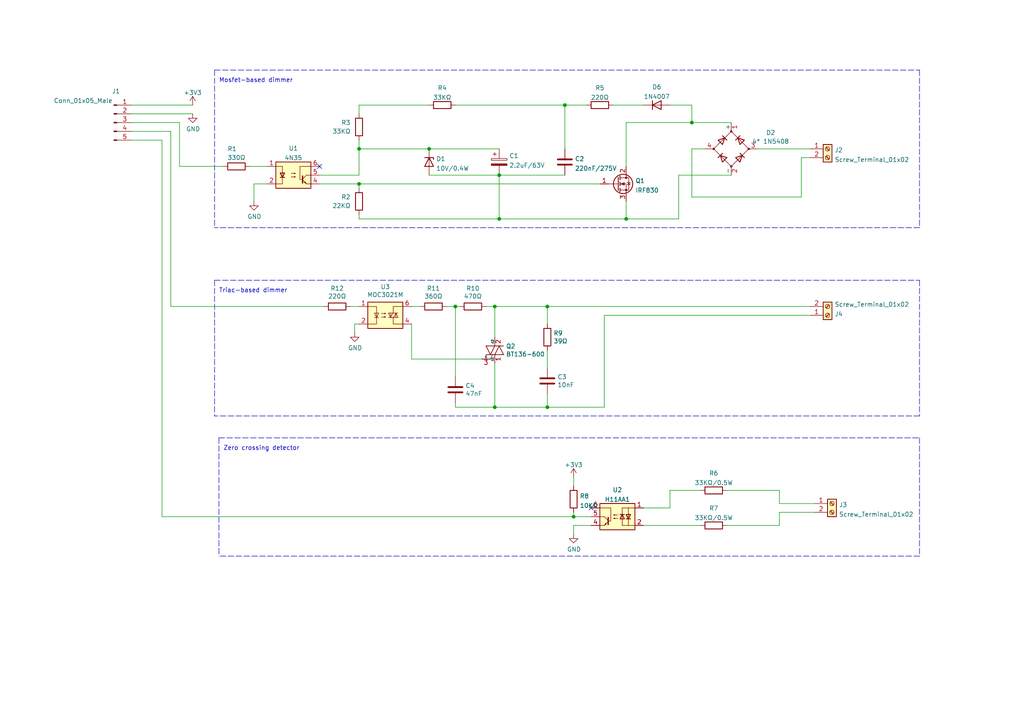
<source format=kicad_sch>
(kicad_sch (version 20211123) (generator eeschema)
  (paper "A4")
  (lib_symbols
    (symbol "Connector:Conn_01x05_Male" (pin_names (offset 1.016) hide)
      (property "Reference" "J" (at 0 7.62 0))
      (property "Value" "Conn_01x05_Male" (at 0 -7.62 0))
      (symbol "Conn_01x05_Male_1_1"
        (polyline (pts (xy 1.27 -5.08) (xy 0.8636 -5.08)) (stroke (width 0.1524)))
        (polyline (pts (xy 1.27 -2.54) (xy 0.8636 -2.54)) (stroke (width 0.1524)))
        (polyline (pts (xy 1.27 0) (xy 0.8636 0)) (stroke (width 0.1524)))
        (polyline (pts (xy 1.27 2.54) (xy 0.8636 2.54)) (stroke (width 0.1524)))
        (polyline (pts (xy 1.27 5.08) (xy 0.8636 5.08)) (stroke (width 0.1524)))
        (rectangle (start 0.8636 -4.953) (end 0 -5.207) (stroke (width 0.1524)) (fill (type outline)))
        (rectangle (start 0.8636 -2.413) (end 0 -2.667) (stroke (width 0.1524)) (fill (type outline)))
        (rectangle (start 0.8636 0.127) (end 0 -0.127) (stroke (width 0.1524)) (fill (type outline)))
        (rectangle (start 0.8636 2.667) (end 0 2.413) (stroke (width 0.1524)) (fill (type outline)))
        (rectangle (start 0.8636 5.207) (end 0 4.953) (stroke (width 0.1524)) (fill (type outline)))
        (pin passive line (at 5.08 5.08 180) (length 3.81) (name "Pin_1") (number "1"))
        (pin passive line (at 5.08 2.54 180) (length 3.81) (name "Pin_2") (number "2"))
        (pin passive line (at 5.08 0 180) (length 3.81) (name "Pin_3") (number "3"))
        (pin passive line (at 5.08 -2.54 180) (length 3.81) (name "Pin_4") (number "4"))
        (pin passive line (at 5.08 -5.08 180) (length 3.81) (name "Pin_5") (number "5"))
      )
    )
    (symbol "Connector:Screw_Terminal_01x02" (pin_names (offset 1.016) hide)
      (property "Reference" "J" (at 0 2.54 0))
      (property "Value" "Screw_Terminal_01x02" (at 0 -5.08 0))
      (symbol "Screw_Terminal_01x02_1_1"
        (rectangle (start -1.27 1.27) (end 1.27 -3.81) (stroke (width 0.254)) (fill (type background)))
        (circle (center 0 -2.54) (radius 0.635) (stroke (width 0.1524)))
        (polyline (pts (xy -0.5334 -2.2098) (xy 0.3302 -3.048)) (stroke (width 0.1524)))
        (polyline (pts (xy -0.5334 0.3302) (xy 0.3302 -0.508)) (stroke (width 0.1524)))
        (polyline (pts (xy -0.3556 -2.032) (xy 0.508 -2.8702)) (stroke (width 0.1524)))
        (polyline (pts (xy -0.3556 0.508) (xy 0.508 -0.3302)) (stroke (width 0.1524)))
        (circle (center 0 0) (radius 0.635) (stroke (width 0.1524)))
        (pin passive line (at -5.08 0 0) (length 3.81) (name "Pin_1") (number "1"))
        (pin passive line (at -5.08 -2.54 0) (length 3.81) (name "Pin_2") (number "2"))
      )
    )
    (symbol "Device:C" (pin_numbers hide) (pin_names (offset 0.254))
      (property "Reference" "C" (at 0.635 2.54 0))
      (property "Value" "C" (at 0.635 -2.54 0))
      (symbol "C_0_1"
        (polyline (pts (xy -2.032 -0.762) (xy 2.032 -0.762)) (stroke (width 0.508)))
        (polyline (pts (xy -2.032 0.762) (xy 2.032 0.762)) (stroke (width 0.508)))
      )
      (symbol "C_1_1"
        (pin passive line (at 0 3.81 270) (length 2.794) (name "~") (number "1"))
        (pin passive line (at 0 -3.81 90) (length 2.794) (name "~") (number "2"))
      )
    )
    (symbol "Device:C_Polarized" (pin_numbers hide) (pin_names (offset 0.254))
      (property "Reference" "C" (at 0.635 2.54 0))
      (property "Value" "C_Polarized" (at 0.635 -2.54 0))
      (symbol "C_Polarized_0_1"
        (rectangle (start -2.286 0.508) (end 2.286 1.016))
        (polyline (pts (xy -1.778 2.286) (xy -0.762 2.286)))
        (polyline (pts (xy -1.27 2.794) (xy -1.27 1.778)))
        (rectangle (start 2.286 -0.508) (end -2.286 -1.016) (fill (type outline)))
      )
      (symbol "C_Polarized_1_1"
        (pin passive line (at 0 3.81 270) (length 2.794) (name "~") (number "1"))
        (pin passive line (at 0 -3.81 90) (length 2.794) (name "~") (number "2"))
      )
    )
    (symbol "Device:D_Bridge_+-AA" (pin_names (offset 0))
      (property "Reference" "D" (at 2.54 6.985 0))
      (property "Value" "D_Bridge_+-AA" (at 2.54 5.08 0))
      (symbol "D_Bridge_+-AA_0_1"
        (circle (center -5.08 0) (radius 0.254) (fill (type outline)))
        (circle (center 0 -5.08) (radius 0.254) (fill (type outline)))
        (polyline (pts (xy -2.54 3.81) (xy -1.27 2.54)) (stroke (width 0.254)))
        (polyline (pts (xy -1.27 -2.54) (xy -2.54 -3.81)) (stroke (width 0.254)))
        (polyline (pts (xy 2.54 -1.27) (xy 3.81 -2.54)) (stroke (width 0.254)))
        (polyline (pts (xy 2.54 1.27) (xy 3.81 2.54)) (stroke (width 0.254)))
        (polyline (pts (xy -3.81 2.54) (xy -2.54 1.27) (xy -1.905 3.175) (xy -3.81 2.54)) (stroke (width 0.254)))
        (polyline (pts (xy -2.54 -1.27) (xy -3.81 -2.54) (xy -1.905 -3.175) (xy -2.54 -1.27)) (stroke (width 0.254)))
        (polyline (pts (xy 1.27 2.54) (xy 2.54 3.81) (xy 3.175 1.905) (xy 1.27 2.54)) (stroke (width 0.254)))
        (polyline (pts (xy 3.175 -1.905) (xy 1.27 -2.54) (xy 2.54 -3.81) (xy 3.175 -1.905)) (stroke (width 0.254)))
        (polyline (pts (xy -5.08 0) (xy 0 -5.08) (xy 5.08 0) (xy 0 5.08) (xy -5.08 0)))
        (circle (center 0 5.08) (radius 0.254) (fill (type outline)))
        (circle (center 5.08 0) (radius 0.254) (fill (type outline)))
      )
      (symbol "D_Bridge_+-AA_1_1"
        (pin passive line (at 7.62 0 180) (length 2.54) (name "+") (number "1"))
        (pin passive line (at -7.62 0 0) (length 2.54) (name "-") (number "2"))
        (pin passive line (at 0 7.62 270) (length 2.54) (name "~") (number "3"))
        (pin passive line (at 0 -7.62 90) (length 2.54) (name "~") (number "4"))
      )
    )
    (symbol "Device:R" (pin_numbers hide) (pin_names (offset 0))
      (property "Reference" "R" (at 2.032 0 90))
      (property "Value" "R" (at 0 0 90))
      (symbol "R_0_1"
        (rectangle (start -1.016 -2.54) (end 1.016 2.54) (stroke (width 0.254)))
      )
      (symbol "R_1_1"
        (pin passive line (at 0 3.81 270) (length 1.27) (name "~") (number "1"))
        (pin passive line (at 0 -3.81 90) (length 1.27) (name "~") (number "2"))
      )
    )
    (symbol "Diode:1N4007" (pin_numbers hide) (pin_names (offset 1.016) hide)
      (property "Reference" "D" (at 0 2.54 0))
      (property "Value" "1N4007" (at 0 -2.54 0))
      (symbol "1N4007_0_1"
        (polyline (pts (xy -1.27 1.27) (xy -1.27 -1.27)) (stroke (width 0.254)))
        (polyline (pts (xy 1.27 0) (xy -1.27 0)))
        (polyline (pts (xy 1.27 1.27) (xy 1.27 -1.27) (xy -1.27 0) (xy 1.27 1.27)) (stroke (width 0.254)))
      )
      (symbol "1N4007_1_1"
        (pin passive line (at -3.81 0 0) (length 2.54) (name "K") (number "1"))
        (pin passive line (at 3.81 0 180) (length 2.54) (name "A") (number "2"))
      )
    )
    (symbol "Diode:BZV55B10" (pin_numbers hide) (pin_names (offset 1.016) hide)
      (property "Reference" "D" (at 0 2.54 0))
      (property "Value" "BZV55B10" (at 0 -2.54 0))
      (symbol "BZV55B10_0_1"
        (polyline (pts (xy 1.27 0) (xy -1.27 0)))
        (polyline (pts (xy -1.27 -1.27) (xy -1.27 1.27) (xy -0.762 1.27)) (stroke (width 0.254)))
        (polyline (pts (xy 1.27 -1.27) (xy 1.27 1.27) (xy -1.27 0) (xy 1.27 -1.27)) (stroke (width 0.254)))
      )
      (symbol "BZV55B10_1_1"
        (pin passive line (at -3.81 0 0) (length 2.54) (name "K") (number "1"))
        (pin passive line (at 3.81 0 180) (length 2.54) (name "A") (number "2"))
      )
    )
    (symbol "Isolator:4N35" (pin_names (offset 1.016))
      (property "Reference" "U" (at -5.08 5.08 0))
      (property "Value" "4N35" (at 0 5.08 0))
      (symbol "4N35_0_1"
        (rectangle (start -5.08 3.81) (end 5.08 -3.81) (stroke (width 0.254)) (fill (type background)))
        (polyline (pts (xy -3.81 -0.635) (xy -2.54 -0.635)) (stroke (width 0.254)))
        (polyline (pts (xy 2.667 -1.397) (xy 3.81 -2.54)))
        (polyline (pts (xy 2.667 -1.143) (xy 3.81 0)))
        (polyline (pts (xy 3.81 -2.54) (xy 5.08 -2.54)))
        (polyline (pts (xy 3.81 0) (xy 5.08 0)))
        (polyline (pts (xy 2.667 -0.254) (xy 2.667 -2.286) (xy 2.667 -2.286)) (stroke (width 0.3556)))
        (polyline (pts (xy -5.08 -2.54) (xy -3.175 -2.54) (xy -3.175 2.54) (xy -5.08 2.54)))
        (polyline (pts (xy -3.175 -0.635) (xy -3.81 0.635) (xy -2.54 0.635) (xy -3.175 -0.635)) (stroke (width 0.254)))
        (polyline (pts (xy 3.683 -2.413) (xy 3.429 -1.905) (xy 3.175 -2.159) (xy 3.683 -2.413)))
        (polyline (pts (xy 5.08 2.54) (xy 1.905 2.54) (xy 1.905 -1.27) (xy 2.54 -1.27)))
        (polyline (pts (xy -0.635 -0.508) (xy 0.635 -0.508) (xy 0.254 -0.635) (xy 0.254 -0.381) (xy 0.635 -0.508)))
        (polyline (pts (xy -0.635 0.508) (xy 0.635 0.508) (xy 0.254 0.381) (xy 0.254 0.635) (xy 0.635 0.508)))
      )
      (symbol "4N35_1_1"
        (pin passive line (at -7.62 2.54 0) (length 2.54) (name "~") (number "1"))
        (pin passive line (at -7.62 -2.54 0) (length 2.54) (name "~") (number "2"))
        (pin no_connect line (at -5.08 0 0) (length 2.54) hide (name "NC") (number "3"))
        (pin passive line (at 7.62 -2.54 180) (length 2.54) (name "~") (number "4"))
        (pin passive line (at 7.62 0 180) (length 2.54) (name "~") (number "5"))
        (pin passive line (at 7.62 2.54 180) (length 2.54) (name "~") (number "6"))
      )
    )
    (symbol "Isolator:H11AA1"
      (property "Reference" "U" (at -5.334 4.953 0))
      (property "Value" "H11AA1" (at 0.635 4.953 0))
      (symbol "H11AA1_0_1"
        (polyline (pts (xy -2.032 0.635) (xy -0.762 0.635)) (stroke (width 0.254)))
        (polyline (pts (xy -1.397 -2.54) (xy -3.175 -2.54)) (stroke (width 0.1524)))
        (polyline (pts (xy -1.397 -0.635) (xy -1.397 -2.54)))
        (polyline (pts (xy -1.397 0.635) (xy -1.397 -0.635)))
        (polyline (pts (xy -1.397 0.635) (xy -1.397 2.54)))
        (polyline (pts (xy -1.397 2.54) (xy -3.175 2.54)) (stroke (width 0.1524)))
        (polyline (pts (xy -1.397 0.635) (xy -2.032 -0.635) (xy -0.762 -0.635) (xy -1.397 0.635)) (stroke (width 0.254)))
      )
      (symbol "H11AA1_1_1"
        (rectangle (start -5.08 3.81) (end 5.08 -3.81) (stroke (width 0.254)) (fill (type background)))
        (polyline (pts (xy -3.81 -0.635) (xy -2.54 -0.635)) (stroke (width 0.254)))
        (polyline (pts (xy 2.667 -1.397) (xy 3.81 -2.54)))
        (polyline (pts (xy 2.667 -1.143) (xy 3.81 0)))
        (polyline (pts (xy 3.81 -2.54) (xy 5.08 -2.54)))
        (polyline (pts (xy 3.81 0) (xy 5.08 0)))
        (polyline (pts (xy 2.667 -0.254) (xy 2.667 -2.286) (xy 2.667 -2.286)) (stroke (width 0.3556)))
        (polyline (pts (xy -5.08 -2.54) (xy -3.175 -2.54) (xy -3.175 2.54) (xy -5.08 2.54)))
        (polyline (pts (xy -3.175 -0.635) (xy -3.81 0.635) (xy -2.54 0.635) (xy -3.175 -0.635)) (stroke (width 0.254)))
        (polyline (pts (xy 3.683 -2.413) (xy 3.429 -1.905) (xy 3.175 -2.159) (xy 3.683 -2.413)))
        (polyline (pts (xy 5.08 2.54) (xy 1.905 2.54) (xy 1.905 -1.27) (xy 2.54 -1.27)))
        (polyline (pts (xy -0.127 -0.508) (xy 1.143 -0.508) (xy 0.762 -0.635) (xy 0.762 -0.381) (xy 1.143 -0.508)))
        (polyline (pts (xy -0.127 0.508) (xy 1.143 0.508) (xy 0.762 0.381) (xy 0.762 0.635) (xy 1.143 0.508)))
        (pin passive line (at -7.62 2.54 0) (length 2.54) (name "~") (number "1"))
        (pin passive line (at -7.62 -2.54 0) (length 2.54) (name "~") (number "2"))
        (pin no_connect line (at -5.08 0 0) (length 2.54) hide (name "NC") (number "3"))
        (pin passive line (at 7.62 -2.54 180) (length 2.54) (name "~") (number "4"))
        (pin passive line (at 7.62 0 180) (length 2.54) (name "~") (number "5"))
        (pin passive line (at 7.62 2.54 180) (length 2.54) (name "~") (number "6"))
      )
    )
    (symbol "Relay_SolidState:MOC3021M"
      (property "Reference" "U" (at -5.334 4.826 0))
      (property "Value" "MOC3021M" (at 0 5.08 0))
      (symbol "MOC3021M_0_1"
        (rectangle (start -5.08 3.81) (end 5.08 -3.81) (stroke (width 0.254)) (fill (type background)))
        (polyline (pts (xy -3.175 -0.635) (xy -1.905 -0.635)))
        (polyline (pts (xy 1.524 -0.635) (xy 1.524 0.635)))
        (polyline (pts (xy 3.048 0.635) (xy 3.048 -0.635)))
        (polyline (pts (xy 2.286 -0.635) (xy 2.286 -2.54) (xy 5.08 -2.54)))
        (polyline (pts (xy 2.286 0.635) (xy 2.286 2.54) (xy 5.08 2.54)))
        (polyline (pts (xy -5.08 2.54) (xy -2.54 2.54) (xy -2.54 -2.54) (xy -5.08 -2.54)))
        (polyline (pts (xy -2.54 -0.635) (xy -3.175 0.635) (xy -1.905 0.635) (xy -2.54 -0.635)))
        (polyline (pts (xy 0.889 -0.635) (xy 3.683 -0.635) (xy 3.048 0.635) (xy 2.413 -0.635)))
        (polyline (pts (xy 3.683 0.635) (xy 0.889 0.635) (xy 1.524 -0.635) (xy 2.159 0.635)))
        (polyline (pts (xy -1.143 -0.508) (xy 0.127 -0.508) (xy -0.254 -0.635) (xy -0.254 -0.381) (xy 0.127 -0.508)))
        (polyline (pts (xy -1.143 0.508) (xy 0.127 0.508) (xy -0.254 0.381) (xy -0.254 0.635) (xy 0.127 0.508)))
      )
      (symbol "MOC3021M_1_1"
        (pin passive line (at -7.62 2.54 0) (length 2.54) (name "~") (number "1"))
        (pin passive line (at -7.62 -2.54 0) (length 2.54) (name "~") (number "2"))
        (pin no_connect line (at -5.08 0 0) (length 2.54) hide (name "NC") (number "3"))
        (pin passive line (at 7.62 -2.54 180) (length 2.54) (name "~") (number "4"))
        (pin no_connect line (at 5.08 0 180) (length 2.54) hide (name "NC") (number "5"))
        (pin passive line (at 7.62 2.54 180) (length 2.54) (name "~") (number "6"))
      )
    )
    (symbol "Transistor_FET:IRF740" (pin_names hide)
      (property "Reference" "Q" (at 6.35 1.905 0))
      (property "Value" "IRF740" (at 6.35 0 0))
      (symbol "IRF740_0_1"
        (polyline (pts (xy 0.254 0) (xy -2.54 0)))
        (polyline (pts (xy 0.254 1.905) (xy 0.254 -1.905)) (stroke (width 0.254)))
        (polyline (pts (xy 0.762 -1.27) (xy 0.762 -2.286)) (stroke (width 0.254)))
        (polyline (pts (xy 0.762 0.508) (xy 0.762 -0.508)) (stroke (width 0.254)))
        (polyline (pts (xy 0.762 2.286) (xy 0.762 1.27)) (stroke (width 0.254)))
        (polyline (pts (xy 2.54 2.54) (xy 2.54 1.778)))
        (polyline (pts (xy 2.54 -2.54) (xy 2.54 0) (xy 0.762 0)))
        (polyline (pts (xy 0.762 -1.778) (xy 3.302 -1.778) (xy 3.302 1.778) (xy 0.762 1.778)))
        (polyline (pts (xy 1.016 0) (xy 2.032 0.381) (xy 2.032 -0.381) (xy 1.016 0)) (fill (type outline)))
        (polyline (pts (xy 2.794 0.508) (xy 2.921 0.381) (xy 3.683 0.381) (xy 3.81 0.254)))
        (polyline (pts (xy 3.302 0.381) (xy 2.921 -0.254) (xy 3.683 -0.254) (xy 3.302 0.381)))
        (circle (center 1.651 0) (radius 2.794) (stroke (width 0.254)))
        (circle (center 2.54 -1.778) (radius 0.254) (fill (type outline)))
        (circle (center 2.54 1.778) (radius 0.254) (fill (type outline)))
      )
      (symbol "IRF740_1_1"
        (pin input line (at -5.08 0 0) (length 2.54) (name "G") (number "1"))
        (pin passive line (at 2.54 5.08 270) (length 2.54) (name "D") (number "2"))
        (pin passive line (at 2.54 -5.08 90) (length 2.54) (name "S") (number "3"))
      )
    )
    (symbol "Triac_Thyristor:BT136-600" (pin_names (offset 0))
      (property "Reference" "Q" (at 5.08 1.905 0))
      (property "Value" "BT136-600" (at 5.08 0 0))
      (symbol "BT136-600_0_1"
        (polyline (pts (xy -2.54 -1.27) (xy 2.54 -1.27)) (stroke (width 0.2032)))
        (polyline (pts (xy -2.54 1.27) (xy 2.54 1.27)) (stroke (width 0.2032)))
        (polyline (pts (xy -1.27 -2.54) (xy -0.635 -1.27)))
        (polyline (pts (xy -2.54 1.27) (xy -1.27 -1.27) (xy 0 1.27)) (stroke (width 0.2032)))
        (polyline (pts (xy 0 -1.27) (xy 1.27 1.27) (xy 2.54 -1.27)) (stroke (width 0.2032)))
      )
      (symbol "BT136-600_1_1"
        (pin passive line (at 0 -3.81 90) (length 2.54) (name "A1") (number "1"))
        (pin passive line (at 0 3.81 270) (length 2.54) (name "A2") (number "2"))
        (pin input line (at -3.81 -2.54 0) (length 2.54) (name "G") (number "3"))
      )
    )
    (symbol "power:+3V3" (power) (pin_names (offset 0))
      (property "Value" "+3V3" (at 0 3.556 0))
      (symbol "+3V3_0_1"
        (polyline (pts (xy -0.762 1.27) (xy 0 2.54)))
        (polyline (pts (xy 0 0) (xy 0 2.54)))
        (polyline (pts (xy 0 2.54) (xy 0.762 1.27)))
      )
      (symbol "+3V3_1_1"
        (pin power_in line (at 0 0 90) (length 0) hide (name "+3V3") (number "1"))
      )
    )
    (symbol "power:GND" (power) (pin_names (offset 0))
      (property "Value" "GND" (at 0 -3.81 0))
      (symbol "GND_0_1"
        (polyline (pts (xy 0 0) (xy 0 -1.27) (xy 1.27 -1.27) (xy 0 -2.54) (xy -1.27 -1.27) (xy 0 -1.27)))
      )
      (symbol "GND_1_1"
        (pin power_in line (at 0 0 270) (length 0) hide (name "GND") (number "1"))
      )
    )
  )
  (junction (at 104.14 43.18))
  (junction (at 143.51 118.11))
  (junction (at 166.37 149.86))
  (junction (at 181.61 63.5))
  (junction (at 158.75 88.9))
  (junction (at 124.46 43.18))
  (junction (at 144.78 63.5))
  (junction (at 200.66 35.56))
  (junction (at 104.14 53.34))
  (junction (at 143.51 88.9))
  (junction (at 163.83 30.48))
  (junction (at 132.08 88.9))
  (junction (at 158.75 118.11))
  (junction (at 144.78 50.8))
  (no_connect (at 92.71 48.26))
  (no_connect (at 171.45 147.32))
  (wire (pts (xy 38.1 38.1) (xy 49.53 38.1)))
  (polyline (pts (xy 63.5 127) (xy 266.7 127)))
  (wire (pts (xy 38.1 33.02) (xy 55.88 33.02)))
  (wire (pts (xy 52.07 35.56) (xy 52.07 48.26)))
  (wire (pts (xy 226.06 146.05) (xy 236.22 146.05)))
  (wire (pts (xy 144.78 63.5) (xy 181.61 63.5)))
  (wire (pts (xy 158.75 114.3) (xy 158.75 118.11)))
  (polyline (pts (xy 266.7 81.28) (xy 266.7 120.65)))
  (wire (pts (xy 232.41 45.72) (xy 234.95 45.72)))
  (wire (pts (xy 177.8 30.48) (xy 186.69 30.48)))
  (wire (pts (xy 210.82 152.4) (xy 226.06 152.4)))
  (polyline (pts (xy 266.7 66.04) (xy 62.23 66.04)))
  (wire (pts (xy 186.69 147.32) (xy 194.31 147.32)))
  (wire (pts (xy 232.41 45.72) (xy 232.41 57.15)))
  (wire (pts (xy 226.06 146.05) (xy 226.06 142.24)))
  (wire (pts (xy 104.14 43.18) (xy 104.14 50.8)))
  (wire (pts (xy 139.7 104.14) (xy 119.38 104.14)))
  (wire (pts (xy 196.85 50.8) (xy 196.85 63.5)))
  (wire (pts (xy 52.07 48.26) (xy 64.77 48.26)))
  (wire (pts (xy 158.75 93.98) (xy 158.75 88.9)))
  (wire (pts (xy 226.06 142.24) (xy 210.82 142.24)))
  (wire (pts (xy 129.54 88.9) (xy 132.08 88.9)))
  (wire (pts (xy 49.53 38.1) (xy 49.53 88.9)))
  (wire (pts (xy 101.6 88.9) (xy 104.14 88.9)))
  (polyline (pts (xy 62.23 20.32) (xy 62.23 66.04)))
  (wire (pts (xy 119.38 88.9) (xy 121.92 88.9)))
  (wire (pts (xy 200.66 57.15) (xy 200.66 43.18)))
  (wire (pts (xy 219.71 43.18) (xy 234.95 43.18)))
  (wire (pts (xy 124.46 30.48) (xy 104.14 30.48)))
  (wire (pts (xy 163.83 30.48) (xy 170.18 30.48)))
  (wire (pts (xy 173.99 53.34) (xy 104.14 53.34)))
  (polyline (pts (xy 266.7 161.29) (xy 63.5 161.29)))
  (wire (pts (xy 143.51 88.9) (xy 158.75 88.9)))
  (wire (pts (xy 132.08 116.84) (xy 132.08 118.11)))
  (wire (pts (xy 226.06 148.59) (xy 226.06 152.4)))
  (wire (pts (xy 200.66 43.18) (xy 204.47 43.18)))
  (wire (pts (xy 92.71 53.34) (xy 104.14 53.34)))
  (wire (pts (xy 104.14 30.48) (xy 104.14 33.02)))
  (wire (pts (xy 143.51 105.41) (xy 143.51 118.11)))
  (wire (pts (xy 132.08 88.9) (xy 133.35 88.9)))
  (wire (pts (xy 166.37 152.4) (xy 171.45 152.4)))
  (wire (pts (xy 46.99 40.64) (xy 46.99 149.86)))
  (wire (pts (xy 212.09 35.56) (xy 200.66 35.56)))
  (wire (pts (xy 46.99 149.86) (xy 166.37 149.86)))
  (wire (pts (xy 194.31 30.48) (xy 200.66 30.48)))
  (wire (pts (xy 49.53 88.9) (xy 93.98 88.9)))
  (wire (pts (xy 38.1 35.56) (xy 52.07 35.56)))
  (wire (pts (xy 143.51 97.79) (xy 143.51 88.9)))
  (wire (pts (xy 72.39 48.26) (xy 77.47 48.26)))
  (polyline (pts (xy 63.5 127) (xy 63.5 161.29)))
  (wire (pts (xy 38.1 30.48) (xy 55.88 30.48)))
  (wire (pts (xy 200.66 35.56) (xy 181.61 35.56)))
  (wire (pts (xy 104.14 40.64) (xy 104.14 43.18)))
  (polyline (pts (xy 62.23 20.32) (xy 266.7 20.32)))
  (wire (pts (xy 132.08 88.9) (xy 132.08 109.22)))
  (wire (pts (xy 186.69 152.4) (xy 203.2 152.4)))
  (wire (pts (xy 144.78 50.8) (xy 144.78 63.5)))
  (wire (pts (xy 132.08 118.11) (xy 143.51 118.11)))
  (wire (pts (xy 102.87 93.98) (xy 102.87 96.52)))
  (polyline (pts (xy 266.7 120.65) (xy 62.23 120.65)))
  (wire (pts (xy 194.31 142.24) (xy 194.31 147.32)))
  (wire (pts (xy 158.75 118.11) (xy 175.26 118.11)))
  (wire (pts (xy 166.37 152.4) (xy 166.37 154.94)))
  (wire (pts (xy 104.14 62.23) (xy 104.14 63.5)))
  (wire (pts (xy 163.83 50.8) (xy 144.78 50.8)))
  (wire (pts (xy 163.83 30.48) (xy 163.83 43.18)))
  (polyline (pts (xy 62.23 81.28) (xy 266.7 81.28)))
  (wire (pts (xy 181.61 35.56) (xy 181.61 48.26)))
  (wire (pts (xy 203.2 142.24) (xy 194.31 142.24)))
  (wire (pts (xy 124.46 50.8) (xy 144.78 50.8)))
  (wire (pts (xy 232.41 57.15) (xy 200.66 57.15)))
  (wire (pts (xy 158.75 101.6) (xy 158.75 106.68)))
  (wire (pts (xy 212.09 50.8) (xy 196.85 50.8)))
  (wire (pts (xy 144.78 43.18) (xy 124.46 43.18)))
  (wire (pts (xy 181.61 63.5) (xy 196.85 63.5)))
  (wire (pts (xy 166.37 149.86) (xy 171.45 149.86)))
  (wire (pts (xy 200.66 35.56) (xy 200.66 30.48)))
  (wire (pts (xy 143.51 118.11) (xy 158.75 118.11)))
  (wire (pts (xy 175.26 91.44) (xy 175.26 118.11)))
  (wire (pts (xy 166.37 138.43) (xy 166.37 140.97)))
  (polyline (pts (xy 62.23 81.28) (xy 62.23 120.65)))
  (wire (pts (xy 132.08 30.48) (xy 163.83 30.48)))
  (wire (pts (xy 236.22 148.59) (xy 226.06 148.59)))
  (wire (pts (xy 234.95 91.44) (xy 175.26 91.44)))
  (wire (pts (xy 92.71 50.8) (xy 104.14 50.8)))
  (wire (pts (xy 38.1 40.64) (xy 46.99 40.64)))
  (wire (pts (xy 77.47 53.34) (xy 73.66 53.34)))
  (wire (pts (xy 104.14 63.5) (xy 144.78 63.5)))
  (wire (pts (xy 140.97 88.9) (xy 143.51 88.9)))
  (wire (pts (xy 181.61 58.42) (xy 181.61 63.5)))
  (wire (pts (xy 119.38 104.14) (xy 119.38 93.98)))
  (polyline (pts (xy 266.7 127) (xy 266.7 161.29)))
  (wire (pts (xy 158.75 88.9) (xy 234.95 88.9)))
  (wire (pts (xy 124.46 43.18) (xy 104.14 43.18)))
  (wire (pts (xy 166.37 148.59) (xy 166.37 149.86)))
  (wire (pts (xy 104.14 93.98) (xy 102.87 93.98)))
  (polyline (pts (xy 266.7 20.32) (xy 266.7 66.04)))
  (wire (pts (xy 104.14 53.34) (xy 104.14 54.61)))
  (wire (pts (xy 73.66 53.34) (xy 73.66 58.42)))
  (text "Mosfet-based dimmer" (at 63.5 24.13 0) (effects (font (size 1.27 1.27)) (justify left bottom)))
  (text "Zero crossing detector" (at 64.77 130.81 0) (effects (font (size 1.27 1.27)) (justify left bottom)))
  (text "Triac-based dimmer" (at 63.5 85.09 0) (effects (font (size 1.27 1.27)) (justify left bottom)))
  (symbol (lib_id "power:GND") (at 55.88 33.02 0) (unit 1)
    (property "Reference" "#PWR02" (effects hide))
    (property "Value" "GND" (at 56.007 37.4142 0))
  )
  (symbol (lib_id "Device:R") (at 173.99 30.48 270) (unit 1)
    (property "Reference" "R5" (at 173.99 25.4975 90))
    (property "Value" "220Ω" (at 173.99 28.2726 90))
    (property "Footprint" "Resistor_SMD:R_0603_1608Metric" (effects hide))
    (property "Datasheet" "https://datasheet.lcsc.com/lcsc/1811021210_UNI-ROYAL-Uniroyal-Elec-0603WAF2200T5E_C22962.pdf" (effects hide))
    (property "LCSC" "C22962" (effects hide))
  )
  (symbol (lib_id "Device:R") (at 68.58 48.26 270) (unit 1)
    (property "Reference" "R1" (at 67.31 43.18 90))
    (property "Value" "330Ω" (at 68.58 45.72 90))
    (property "Footprint" "Resistor_SMD:R_0603_1608Metric" (effects hide))
    (property "Datasheet" "https://datasheet.lcsc.com/lcsc/1811081715_UNI-ROYAL-Uniroyal-Elec-0603WAF3300T5E_C23138.pdf" (effects hide))
    (property "LCSC" "C23138" (effects hide))
  )
  (symbol (lib_id "Transistor_FET:IRF740") (at 179.07 53.34 0) (unit 1)
    (property "Reference" "Q1" (at 184.277 52.4315 0) (effects (justify left)))
    (property "Value" "IRF830" (at 184.277 55.2066 0) (effects (justify left)))
    (property "Footprint" "Package_TO_SOT_SMD:TO-263-3_TabPin2" (effects hide))
    (property "Datasheet" "https://datasheet.lcsc.com/lcsc/2006291614_VBsemi-Elec-IRF830ASTRL_C693297.pdf" (effects hide))
    (property "LCSC" "C693297" (effects hide))
  )
  (symbol (lib_id "Connector:Screw_Terminal_01x02") (at 240.03 43.18 0) (unit 1)
    (property "Reference" "J2" (at 242.062 43.5415 0) (effects (justify left)))
    (property "Value" "Screw_Terminal_01x02" (at 242.062 46.3166 0) (effects (justify left)))
    (property "Footprint" "TerminalBlock:TerminalBlock_bornier-2_P5.08mm" (effects hide))
  )
  (symbol (lib_id "power:GND") (at 166.37 154.94 0) (unit 1)
    (property "Reference" "#PWR06" (effects hide))
    (property "Value" "GND" (at 166.497 159.3342 0))
  )
  (symbol (lib_id "Device:R") (at 166.37 144.78 180) (unit 1)
    (property "Reference" "R8" (at 168.148 143.8715 0) (effects (justify right)))
    (property "Value" "10KΩ" (at 168.148 146.6466 0) (effects (justify right)))
    (property "Footprint" "Resistor_SMD:R_0603_1608Metric" (effects hide))
    (property "Datasheet" "https://datasheet.lcsc.com/lcsc/1811062009_UNI-ROYAL-Uniroyal-Elec-0603WAF1002T5E_C25804.pdf" (effects hide))
    (property "LCSC" "C25804" (effects hide))
  )
  (symbol (lib_id "Device:C") (at 132.08 113.03 0) (unit 1)
    (property "Reference" "C4" (at 135.001 111.8616 0) (effects (justify left)))
    (property "Value" "47nF" (at 135.001 114.173 0) (effects (justify left)))
    (property "Footprint" "Capacitor_SMD:C_1206_3216Metric" (effects hide))
    (property "Datasheet" "https://datasheet.lcsc.com/lcsc/1810181743_CCTC-TCC1206X7R473K501FT_C309031.pdf" (effects hide))
    (property "LCSC" "C309031" (effects hide))
  )
  (symbol (lib_id "power:GND") (at 102.87 96.52 0) (unit 1)
    (property "Reference" "#PWR04" (effects hide))
    (property "Value" "GND" (at 102.997 100.9142 0))
  )
  (symbol (lib_id "Device:R") (at 104.14 36.83 0) (unit 1)
    (property "Reference" "R3" (at 100.33 35.56 0))
    (property "Value" "33KΩ" (at 99.06 38.1 0))
    (property "Footprint" "Resistor_SMD:R_0603_1608Metric" (effects hide))
    (property "Datasheet" "https://datasheet.lcsc.com/lcsc/1811091810_UNI-ROYAL-Uniroyal-Elec-0603WAF3302T5E_C4216.pdf" (effects hide))
    (property "LCSC" "C4216" (effects hide))
  )
  (symbol (lib_id "Device:R") (at 125.73 88.9 270) (unit 1)
    (property "Reference" "R11" (at 125.73 83.6422 90))
    (property "Value" "360Ω" (at 125.73 85.9536 90))
    (property "Footprint" "Resistor_SMD:R_0603_1608Metric" (effects hide))
    (property "Datasheet" "https://datasheet.lcsc.com/lcsc/1811021214_UNI-ROYAL-Uniroyal-Elec-0603WAF3600T5E_C25194.pdf" (effects hide))
    (property "LCSC" "C25194" (effects hide))
  )
  (symbol (lib_id "Isolator:4N35") (at 85.09 50.8 0) (unit 1)
    (property "Reference" "U1" (at 85.09 43.0235 0))
    (property "Value" "4N35" (at 85.09 45.7986 0))
    (property "Footprint" "Package_DIP:SMDIP-6_W7.62mm" (effects hide))
    (property "Datasheet" "https://datasheet.lcsc.com/lcsc/1808131712_Everlight-Elec-4N35_C57084.pdf" (effects hide))
    (property "LCSC" "C115444" (effects hide))
  )
  (symbol (lib_id "Device:C") (at 163.83 46.99 0) (unit 1)
    (property "Reference" "C2" (at 166.751 46.0815 0) (effects (justify left)))
    (property "Value" "220nF/275V" (at 166.751 48.8566 0) (effects (justify left)))
    (property "Footprint" "Capacitor_SMD:C_1210_3225Metric" (effects hide))
    (property "Datasheet" "https://datasheet.lcsc.com/lcsc/2005211105_IHHEC-HOLY-STONE-ENTERPRISE-CO---LTD-C1210P224K451TFF_C340320.pdf" (effects hide))
    (property "LCSC" "C340320" (effects hide))
  )
  (symbol (lib_id "power:GND") (at 73.66 58.42 0) (unit 1)
    (property "Reference" "#PWR03" (effects hide))
    (property "Value" "GND" (at 73.787 62.8142 0))
  )
  (symbol (lib_id "power:+3V3") (at 166.37 138.43 0) (unit 1)
    (property "Reference" "#PWR05" (effects hide))
    (property "Value" "+3V3" (at 166.37 134.8255 0))
  )
  (symbol (lib_id "Device:R") (at 207.01 152.4 270) (unit 1)
    (property "Reference" "R7" (at 207.01 147.4175 90))
    (property "Value" "33KΩ/0.5W" (at 207.01 150.1926 90))
    (property "Footprint" "Resistor_SMD:R_0805_2012Metric" (effects hide))
    (property "Datasheet" "https://datasheet.lcsc.com/lcsc/2012181743_UNI-ROYAL-Uniroyal-Elec-AS05W2J0333T5E_C966118.pdf" (effects hide))
    (property "LCSC" "C966118" (effects hide))
  )
  (symbol (lib_id "Connector:Screw_Terminal_01x02") (at 240.03 91.44 0) (mirror x) (unit 1)
    (property "Reference" "J4" (at 242.062 91.0785 0) (effects (justify left)))
    (property "Value" "Screw_Terminal_01x02" (at 242.062 88.3034 0) (effects (justify left)))
    (property "Footprint" "TerminalBlock:TerminalBlock_bornier-2_P5.08mm" (effects hide))
  )
  (symbol (lib_id "Device:R") (at 158.75 97.79 0) (unit 1)
    (property "Reference" "R9" (at 160.528 96.6216 0) (effects (justify left)))
    (property "Value" "39Ω" (at 160.528 98.933 0) (effects (justify left)))
    (property "Footprint" "Resistor_SMD:R_0603_1608Metric" (effects hide))
    (property "Datasheet" "https://datasheet.lcsc.com/lcsc/1811021213_UNI-ROYAL-Uniroyal-Elec-0603WAF390JT5E_C23154.pdf" (effects hide))
    (property "LCSC" "C23154" (effects hide))
  )
  (symbol (lib_id "Relay_SolidState:MOC3021M") (at 111.76 91.44 0) (unit 1)
    (property "Reference" "U3" (at 111.76 83.185 0))
    (property "Value" "MOC3021M" (at 111.76 85.4964 0))
    (property "Footprint" "Package_DIP:SMDIP-6_W7.62mm" (effects hide))
    (property "Datasheet" "https://datasheet.lcsc.com/lcsc/1811091923_Lite-On-MOC3021S-TA1_C115465.pdf" (effects hide))
    (property "LCSC" "C115465" (effects hide))
  )
  (symbol (lib_id "Device:C") (at 158.75 110.49 0) (unit 1)
    (property "Reference" "C3" (at 161.671 109.3216 0) (effects (justify left)))
    (property "Value" "10nF" (at 161.671 111.633 0) (effects (justify left)))
    (property "Footprint" "Capacitor_SMD:C_0805_2012Metric" (effects hide))
    (property "Datasheet" "https://datasheet.lcsc.com/lcsc/1810311438_YAGEO-CC0805KKX7RBBB103_C106840.pdf" (effects hide))
    (property "LCSC" "C106840" (effects hide))
  )
  (symbol (lib_id "Device:R") (at 128.27 30.48 270) (unit 1)
    (property "Reference" "R4" (at 128.27 25.4975 90))
    (property "Value" "33KΩ" (at 128.27 28.2726 90))
    (property "Footprint" "Resistor_SMD:R_0603_1608Metric" (effects hide))
    (property "Datasheet" "https://datasheet.lcsc.com/lcsc/1811091810_UNI-ROYAL-Uniroyal-Elec-0603WAF3302T5E_C4216.pdf" (effects hide))
    (property "LCSC" "C4216" (effects hide))
  )
  (symbol (lib_id "Connector:Screw_Terminal_01x02") (at 241.3 146.05 0) (unit 1)
    (property "Reference" "J3" (at 243.332 146.4115 0) (effects (justify left)))
    (property "Value" "Screw_Terminal_01x02" (at 243.332 149.1866 0) (effects (justify left)))
    (property "Footprint" "TerminalBlock:TerminalBlock_bornier-2_P5.08mm" (effects hide))
  )
  (symbol (lib_id "Triac_Thyristor:BT136-600") (at 143.51 101.6 0) (unit 1)
    (property "Reference" "Q2" (at 146.7612 100.4316 0) (effects (justify left)))
    (property "Value" "BT136-600" (at 146.7612 102.743 0) (effects (justify left)))
    (property "Footprint" "Package_TO_SOT_SMD:TO-252-3_TabPin2" (effects hide))
    (property "Datasheet" "https://datasheet.lcsc.com/lcsc/2006241821_WeEn-Semiconductors-BT136S-600E,118_C581425.pdf" (effects hide))
    (property "LCSC" "C581425" (effects hide))
  )
  (symbol (lib_id "power:+3V3") (at 55.88 30.48 0) (unit 1)
    (property "Reference" "#PWR01" (effects hide))
    (property "Value" "+3V3" (at 55.88 26.8755 0))
  )
  (symbol (lib_id "Device:R") (at 137.16 88.9 270) (unit 1)
    (property "Reference" "R10" (at 137.16 83.6422 90))
    (property "Value" "470Ω" (at 137.16 85.9536 90))
    (property "Footprint" "Resistor_SMD:R_0603_1608Metric" (effects hide))
    (property "Datasheet" "https://datasheet.lcsc.com/lcsc/1811081712_UNI-ROYAL-Uniroyal-Elec-0603WAF4700T5E_C23179.pdf" (effects hide))
    (property "LCSC" "C23179" (effects hide))
  )
  (symbol (lib_id "Device:R") (at 207.01 142.24 270) (unit 1)
    (property "Reference" "R6" (at 207.01 137.2575 90))
    (property "Value" "33KΩ/0.5W" (at 207.01 140.0326 90))
    (property "Footprint" "Resistor_SMD:R_0805_2012Metric" (effects hide))
    (property "Datasheet" "https://datasheet.lcsc.com/lcsc/2012181743_UNI-ROYAL-Uniroyal-Elec-AS05W2J0333T5E_C966118.pdf" (effects hide))
    (property "LCSC" "C966118" (effects hide))
  )
  (symbol (lib_id "Connector:Conn_01x05_Male") (at 33.02 35.56 0) (unit 1)
    (property "Reference" "J1" (at 33.655 26.4373 0))
    (property "Value" "Conn_01x05_Male" (at 24.13 29.21 0))
    (property "Footprint" "Connector_PinHeader_2.54mm:PinHeader_1x05_P2.54mm_Vertical" (effects hide))
  )
  (symbol (lib_id "Diode:1N4007") (at 190.5 30.48 0) (unit 1)
    (property "Reference" "D6" (at 190.5 25.2435 0))
    (property "Value" "1N4007" (at 190.5 28.0186 0))
    (property "Footprint" "Diode_SMD:D_SMA" (effects hide))
    (property "Datasheet" "https://datasheet.lcsc.com/lcsc/2008281133_TWGMC-1N4007_C727081.pdf" (effects hide))
    (property "LCSC" "C727081" (effects hide))
  )
  (symbol (lib_id "Device:R") (at 104.14 58.42 0) (unit 1)
    (property "Reference" "R2" (at 100.33 57.15 0))
    (property "Value" "22KΩ" (at 99.06 59.69 0))
    (property "Footprint" "Resistor_SMD:R_0603_1608Metric" (effects hide))
    (property "Datasheet" "https://datasheet.lcsc.com/lcsc/1811081712_UNI-ROYAL-Uniroyal-Elec-0603WAF2202T5E_C31850.pdf" (effects hide))
    (property "LCSC" "C31850" (effects hide))
  )
  (symbol (lib_id "Device:R") (at 97.79 88.9 270) (unit 1)
    (property "Reference" "R12" (at 97.79 83.6422 90))
    (property "Value" "220Ω" (at 97.79 85.9536 90))
    (property "Footprint" "Resistor_SMD:R_0603_1608Metric" (effects hide))
    (property "Datasheet" "https://datasheet.lcsc.com/lcsc/1811021210_UNI-ROYAL-Uniroyal-Elec-0603WAF2200T5E_C22962.pdf" (effects hide))
    (property "LCSC" "C22962" (effects hide))
  )
  (symbol (lib_id "Isolator:H11AA1") (at 179.07 149.86 0) (mirror y) (unit 1)
    (property "Reference" "U2" (at 179.07 142.0835 0))
    (property "Value" "H11AA1" (at 179.07 144.8586 0))
    (property "Footprint" "Package_DIP:SMDIP-6_W9.53mm" (effects hide))
    (property "Datasheet" "https://datasheet.lcsc.com/lcsc/1809111517_ON-Semiconductor-H11AA1SM_C184383.pdf" (effects hide))
    (property "LCSC" "C184383" (effects hide))
  )
  (symbol (lib_id "Device:C_Polarized") (at 144.78 46.99 0) (unit 1)
    (property "Reference" "C1" (at 147.701 45.1925 0) (effects (justify left)))
    (property "Value" "2.2uF/63V" (at 147.701 47.9676 0) (effects (justify left)))
    (property "Footprint" "Capacitor_SMD:C_1206_3216Metric" (effects hide))
    (property "Datasheet" "https://datasheet.lcsc.com/lcsc/1811072012_Samsung-Electro-Mechanics-CL31B225KBHNNNE_C50254.pdf" (effects hide))
    (property "LCSC" "C50254" (effects hide))
  )
  (symbol (lib_id "Diode:BZV55B10") (at 124.46 46.99 270) (unit 1)
    (property "Reference" "D1" (at 126.492 46.0815 90) (effects (justify left)))
    (property "Value" "10V/0.4W" (at 126.492 48.8566 90) (effects (justify left)))
    (property "Footprint" "Diode_SMD:D_SOD-123" (effects hide))
    (property "Datasheet" "https://datasheet.lcsc.com/lcsc/1811051610_MDD%EF%BC%88Microdiode-Electronics%EF%BC%89-BZT52C10_C173431.pdf" (effects hide))
    (property "LCSC" "C173431" (effects hide))
  )
  (symbol (lib_id "Device:D_Bridge_+-AA") (at 212.09 43.18 270) (mirror x) (unit 1)
    (property "Reference" "D2" (at 223.52 38.481 90))
    (property "Value" "4* 1N5408" (at 223.52 41.021 90))
    (property "Footprint" "Diode_SMD:Diode_Bridge_Diotec_SO-DIL-Slim" (effects hide))
    (property "Datasheet" "https://datasheet.lcsc.com/lcsc/1805292032_Shandong-Jingdao-Microelectronics-FMSB30M_C169512.pdf" (effects hide))
    (property "LCSC" "C169512" (effects hide))
  )
)
</source>
